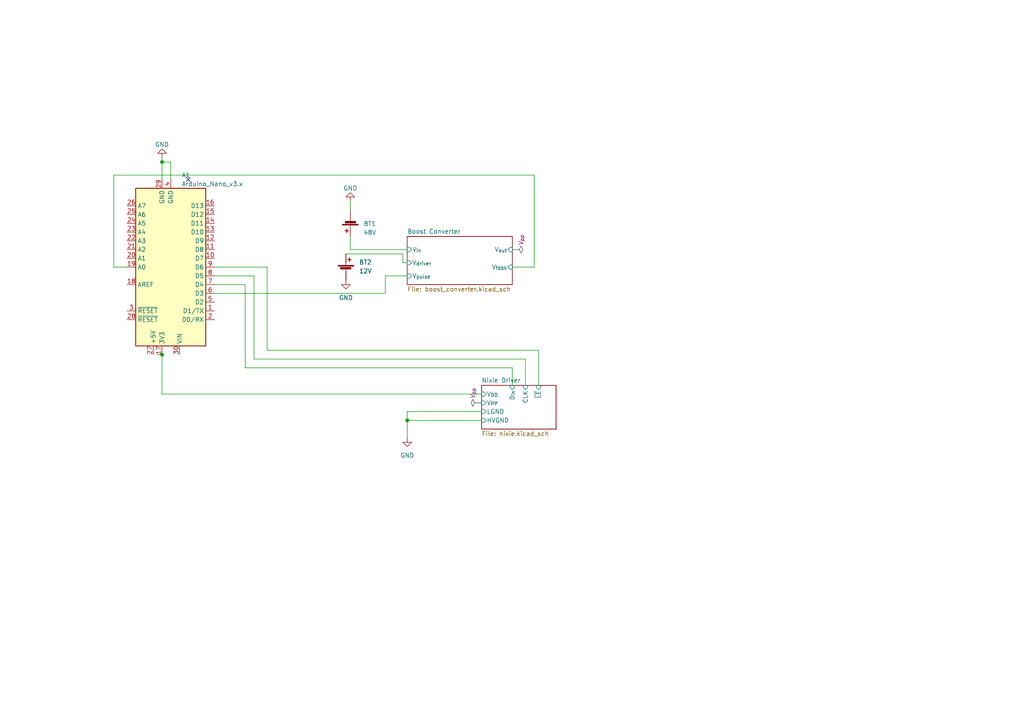
<source format=kicad_sch>
(kicad_sch (version 20230121) (generator eeschema)
  (paper "A4")
  (lib_symbols
    (symbol "Device:Battery_Cell" (pin_numbers hide) (pin_names (offset 0) hide)
      (property "Reference" "BT" (at 2.54 2.54 0))
      (property "Value" "Battery_Cell" (at 2.54 0 0))
      (symbol "Battery_Cell_0_1"
        (rectangle (start -2.286 1.778) (end 2.286 1.524) (fill (type outline)))
        (rectangle (start -1.5748 1.1938) (end 1.4732 0.6858) (fill (type outline)))
        (polyline (pts (xy 0 0.762) (xy 0 0)))
        (polyline (pts (xy 0 1.778) (xy 0 2.54)))
        (polyline (pts (xy 0.508 3.429) (xy 1.524 3.429)) (stroke (width 0.254)))
        (polyline (pts (xy 1.016 3.937) (xy 1.016 2.921)) (stroke (width 0.254)))
      )
      (symbol "Battery_Cell_1_1"
        (pin passive line (at 0 5.08 270) (length 2.54) (name "+") (number "1"))
        (pin passive line (at 0 -2.54 90) (length 2.54) (name "-") (number "2"))
      )
    )
    (symbol "MCU_Module:Arduino_Nano_v3.x"
      (property "Reference" "A" (at -10.16 23.495 0))
      (property "Value" "Arduino_Nano_v3.x" (at 5.08 -24.13 0))
      (symbol "Arduino_Nano_v3.x_0_1"
        (rectangle (start -10.16 22.86) (end 10.16 -22.86) (stroke (width 0.254)) (fill (type background)))
      )
      (symbol "Arduino_Nano_v3.x_1_1"
        (pin bidirectional line (at -12.7 12.7 0) (length 2.54) (name "D1/TX") (number "1"))
        (pin bidirectional line (at -12.7 -2.54 0) (length 2.54) (name "D7") (number "10"))
        (pin bidirectional line (at -12.7 -5.08 0) (length 2.54) (name "D8") (number "11"))
        (pin bidirectional line (at -12.7 -7.62 0) (length 2.54) (name "D9") (number "12"))
        (pin bidirectional line (at -12.7 -10.16 0) (length 2.54) (name "D10") (number "13"))
        (pin bidirectional line (at -12.7 -12.7 0) (length 2.54) (name "D11") (number "14"))
        (pin bidirectional line (at -12.7 -15.24 0) (length 2.54) (name "D12") (number "15"))
        (pin bidirectional line (at -12.7 -17.78 0) (length 2.54) (name "D13") (number "16"))
        (pin power_out line (at 2.54 25.4 270) (length 2.54) (name "3V3") (number "17"))
        (pin input line (at 12.7 5.08 180) (length 2.54) (name "AREF") (number "18"))
        (pin bidirectional line (at 12.7 0 180) (length 2.54) (name "A0") (number "19"))
        (pin bidirectional line (at -12.7 15.24 0) (length 2.54) (name "D0/RX") (number "2"))
        (pin bidirectional line (at 12.7 -2.54 180) (length 2.54) (name "A1") (number "20"))
        (pin bidirectional line (at 12.7 -5.08 180) (length 2.54) (name "A2") (number "21"))
        (pin bidirectional line (at 12.7 -7.62 180) (length 2.54) (name "A3") (number "22"))
        (pin bidirectional line (at 12.7 -10.16 180) (length 2.54) (name "A4") (number "23"))
        (pin bidirectional line (at 12.7 -12.7 180) (length 2.54) (name "A5") (number "24"))
        (pin bidirectional line (at 12.7 -15.24 180) (length 2.54) (name "A6") (number "25"))
        (pin bidirectional line (at 12.7 -17.78 180) (length 2.54) (name "A7") (number "26"))
        (pin power_out line (at 5.08 25.4 270) (length 2.54) (name "+5V") (number "27"))
        (pin input line (at 12.7 15.24 180) (length 2.54) (name "~{RESET}") (number "28"))
        (pin power_in line (at 2.54 -25.4 90) (length 2.54) (name "GND") (number "29"))
        (pin input line (at 12.7 12.7 180) (length 2.54) (name "~{RESET}") (number "3"))
        (pin power_in line (at -2.54 25.4 270) (length 2.54) (name "VIN") (number "30"))
        (pin power_in line (at 0 -25.4 90) (length 2.54) (name "GND") (number "4"))
        (pin bidirectional line (at -12.7 10.16 0) (length 2.54) (name "D2") (number "5"))
        (pin bidirectional line (at -12.7 7.62 0) (length 2.54) (name "D3") (number "6"))
        (pin bidirectional line (at -12.7 5.08 0) (length 2.54) (name "D4") (number "7"))
        (pin bidirectional line (at -12.7 2.54 0) (length 2.54) (name "D5") (number "8"))
        (pin bidirectional line (at -12.7 0 0) (length 2.54) (name "D6") (number "9"))
      )
    )
    (symbol "power:GND" (power) (pin_names (offset 0))
      (property "Value" "GND" (at 0 -3.81 0))
      (symbol "GND_0_1"
        (polyline (pts (xy 0 0) (xy 0 -1.27) (xy 1.27 -1.27) (xy 0 -2.54) (xy -1.27 -1.27) (xy 0 -1.27)))
      )
      (symbol "GND_1_1"
        (pin power_in line (at 0 0 270) (length 0) hide (name "GND") (number "1"))
      )
    )
  )
  (junction (at 46.99 102.87))
  (junction (at 46.99 46.99))
  (junction (at 118.11 121.92))
  (no_connect (at 54.61 52.07))
  (wire (pts (xy 46.99 46.99) (xy 49.53 46.99)))
  (wire (pts (xy 49.53 46.99) (xy 49.53 52.07)))
  (wire (pts (xy 77.47 77.47) (xy 77.47 101.6)))
  (wire (pts (xy 101.6 72.39) (xy 118.11 72.39)))
  (wire (pts (xy 73.66 104.14) (xy 152.4 104.14)))
  (wire (pts (xy 71.12 82.55) (xy 71.12 106.68)))
  (wire (pts (xy 33.02 50.8) (xy 154.94 50.8)))
  (wire (pts (xy 148.59 106.68) (xy 148.59 111.76)))
  (wire (pts (xy 118.11 127) (xy 118.11 121.92)))
  (wire (pts (xy 46.99 102.87) (xy 46.99 114.3)))
  (wire (pts (xy 101.6 68.58) (xy 101.6 72.39)))
  (wire (pts (xy 152.4 104.14) (xy 152.4 111.76)))
  (wire (pts (xy 73.66 80.01) (xy 73.66 104.14)))
  (wire (pts (xy 111.76 85.09) (xy 111.76 80.01)))
  (wire (pts (xy 154.94 50.8) (xy 154.94 77.47)))
  (wire (pts (xy 62.23 77.47) (xy 77.47 77.47)))
  (wire (pts (xy 77.47 101.6) (xy 156.21 101.6)))
  (wire (pts (xy 62.23 80.01) (xy 73.66 80.01)))
  (wire (pts (xy 71.12 106.68) (xy 148.59 106.68)))
  (wire (pts (xy 33.02 77.47) (xy 33.02 50.8)))
  (wire (pts (xy 116.84 76.2) (xy 118.11 76.2)))
  (wire (pts (xy 118.11 119.38) (xy 139.7 119.38)))
  (wire (pts (xy 62.23 82.55) (xy 71.12 82.55)))
  (wire (pts (xy 111.76 80.01) (xy 118.11 80.01)))
  (wire (pts (xy 101.6 58.42) (xy 101.6 60.96)))
  (wire (pts (xy 118.11 121.92) (xy 139.7 121.92)))
  (wire (pts (xy 100.33 73.66) (xy 116.84 73.66)))
  (wire (pts (xy 118.11 121.92) (xy 118.11 119.38)))
  (wire (pts (xy 46.99 45.72) (xy 46.99 46.99)))
  (wire (pts (xy 46.99 102.87) (xy 45.72 102.87)))
  (wire (pts (xy 154.94 77.47) (xy 148.59 77.47)))
  (wire (pts (xy 46.99 46.99) (xy 46.99 52.07)))
  (wire (pts (xy 46.99 114.3) (xy 139.7 114.3)))
  (wire (pts (xy 116.84 73.66) (xy 116.84 76.2)))
  (wire (pts (xy 156.21 101.6) (xy 156.21 111.76)))
  (wire (pts (xy 62.23 85.09) (xy 111.76 85.09)))
  (wire (pts (xy 36.83 77.47) (xy 33.02 77.47)))
  (netclass_flag "" (length 2.54) (shape diamond) (at 139.7 116.84 90) (property "Netclass" "V_{pp}" (at 137.16 115.6335 90) (effects (font italic) (justify left))))
  (netclass_flag "" (length 2.54) (shape diamond) (at 148.59 72.39 270) (property "Netclass" "V_{pp}" (at 151.13 71.1835 90) (effects (font italic) (justify left))))
  (symbol (lib_id "power:GND") (at 46.99 45.72 180) (unit 1)
    (property "Reference" "#PWR09" (effects hide))
    (property "Value" "GND" (at 46.99 41.91 0))
  )
  (symbol (lib_id "power:GND") (at 118.11 127 0) (unit 1)
    (property "Reference" "#PWR08" (effects hide))
    (property "Value" "GND" (at 118.11 132.08 0))
  )
  (symbol (lib_id "Device:Battery_Cell") (at 100.33 78.74 0) (unit 1)
    (property "Reference" "BT2" (at 104.14 76.073 0) (effects (justify left)))
    (property "Value" "12V" (at 104.14 78.613 0) (effects (justify left)))
    (property "Sim.Device" "V" (effects hide))
    (property "Sim.Type" "DC" (effects hide))
    (property "Sim.Pins" "1=+ 2=-" (effects hide))
    (property "Sim.Params" "dc=12" (effects hide))
  )
  (symbol (lib_id "power:GND") (at 101.6 58.42 180) (unit 1)
    (property "Reference" "#PWR06" (effects hide))
    (property "Value" "GND" (at 101.6 54.61 0))
  )
  (symbol (lib_id "power:GND") (at 100.33 81.28 0) (unit 1)
    (property "Reference" "#PWR07" (effects hide))
    (property "Value" "GND" (at 100.33 86.36 0))
  )
  (symbol (lib_id "Device:Battery_Cell") (at 101.6 63.5 180) (unit 1)
    (property "Reference" "BT1" (at 105.41 64.897 0) (effects (justify right)))
    (property "Value" "48V" (at 105.41 67.437 0) (effects (justify right)))
    (property "Sim.Device" "V" (effects hide))
    (property "Sim.Type" "DC" (effects hide))
    (property "Sim.Pins" "1=+ 2=-" (effects hide))
    (property "Sim.Params" "dc=48" (effects hide))
  )
  (symbol (lib_id "MCU_Module:Arduino_Nano_v3.x") (at 49.53 77.47 180) (unit 1)
    (property "Reference" "A1" (at 52.6797 50.8 0) (effects (justify right)))
    (property "Value" "Arduino_Nano_v3.x" (at 52.6797 53.34 0) (effects (justify right)))
    (property "Footprint" "Module:Arduino_Nano" (effects hide))
    (property "Datasheet" "http://www.mouser.com/pdfdocs/Gravitech_Arduino_Nano3_0.pdf" (effects hide))
  )
  (sheet (at 139.7 111.76) (size 21.59 12.7) (stroke (width 0.1524))
    (property "Sheetname" "Nixie Driver" (at 139.7 111.0484 0) (effects (justify left bottom)))
    (property "Sheetfile" "nixie.kicad_sch" (at 139.7 125.0446 0) (effects (justify left top)))
    (pin "V_{DD}" input (at 139.7 114.3 180))
    (pin "V_{PP}" input (at 139.7 116.84 180))
    (pin "LGND" input (at 139.7 119.38 180))
    (pin "HVGND" input (at 139.7 121.92 180))
    (pin "D_{in}" input (at 148.59 111.76 90))
    (pin "CLK" input (at 152.4 111.76 90))
    (pin "~{LE}" input (at 156.21 111.76 90))
  )
  (sheet (at 118.11 68.58) (size 30.48 13.97) (stroke (width 0.1524))
    (property "Sheetname" "Boost Converter" (at 118.11 67.8684 0) (effects (justify left bottom)))
    (property "Sheetfile" "boost_converter.kicad_sch" (at 118.11 83.1346 0) (effects (justify left top)))
    (pin "V_{out}" input (at 148.59 72.39 0))
    (pin "V_{in}" input (at 118.11 72.39 180))
    (pin "V_{driver}" input (at 118.11 76.2 180))
    (pin "V_{pulse}" input (at 118.11 80.01 180))
    (pin "V_{fdbk}" input (at 148.59 77.47 0))
  )
)
</source>
